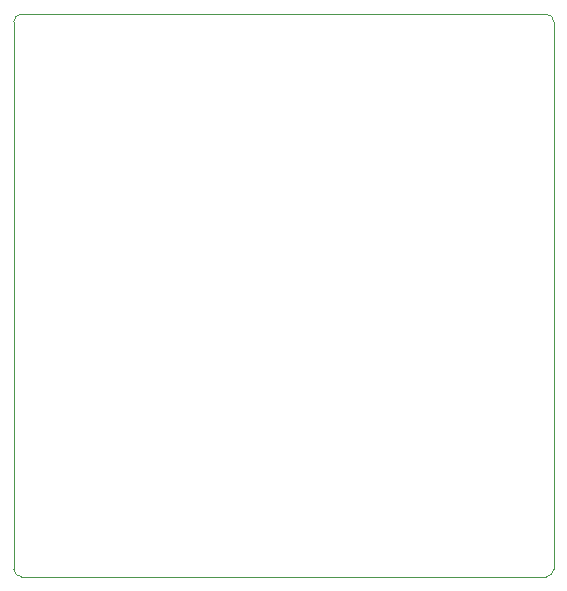
<source format=gm1>
G04 #@! TF.GenerationSoftware,KiCad,Pcbnew,(5.1.6-0-10_14)*
G04 #@! TF.CreationDate,2021-05-03T13:34:44+01:00*
G04 #@! TF.ProjectId,WiFive55,57694669-7665-4353-952e-6b696361645f,0.14*
G04 #@! TF.SameCoordinates,Original*
G04 #@! TF.FileFunction,Profile,NP*
%FSLAX46Y46*%
G04 Gerber Fmt 4.6, Leading zero omitted, Abs format (unit mm)*
G04 Created by KiCad (PCBNEW (5.1.6-0-10_14)) date 2021-05-03 13:34:44*
%MOMM*%
%LPD*%
G01*
G04 APERTURE LIST*
G04 #@! TA.AperFunction,Profile*
%ADD10C,0.050000*%
G04 #@! TD*
G04 APERTURE END LIST*
D10*
X100965000Y-95885000D02*
X145415000Y-95885000D01*
X146050000Y-95250000D02*
G75*
G02*
X145415000Y-95885000I-635000J0D01*
G01*
X100330000Y-48895000D02*
G75*
G02*
X100965000Y-48260000I635000J0D01*
G01*
X100965000Y-95885000D02*
G75*
G02*
X100330000Y-95250000I0J635000D01*
G01*
X145415000Y-48260000D02*
G75*
G02*
X146050000Y-48895000I0J-635000D01*
G01*
X100965000Y-48260000D02*
X145415000Y-48260000D01*
X100330000Y-95250000D02*
X100330000Y-48895000D01*
X146050000Y-48895000D02*
X146050000Y-95250000D01*
M02*

</source>
